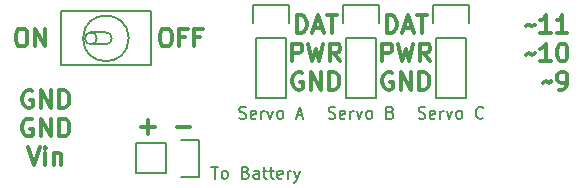
<source format=gto>
G04 #@! TF.FileFunction,Legend,Top*
%FSLAX46Y46*%
G04 Gerber Fmt 4.6, Leading zero omitted, Abs format (unit mm)*
G04 Created by KiCad (PCBNEW 4.0.2-stable) date 4/25/2016 6:36:29 PM*
%MOMM*%
G01*
G04 APERTURE LIST*
%ADD10C,0.100000*%
%ADD11C,0.300000*%
%ADD12C,0.150000*%
G04 APERTURE END LIST*
D10*
D11*
X172382858Y-85908571D02*
X172382858Y-84408571D01*
X172740001Y-84408571D01*
X172954286Y-84480000D01*
X173097144Y-84622857D01*
X173168572Y-84765714D01*
X173240001Y-85051429D01*
X173240001Y-85265714D01*
X173168572Y-85551429D01*
X173097144Y-85694286D01*
X172954286Y-85837143D01*
X172740001Y-85908571D01*
X172382858Y-85908571D01*
X173811429Y-85480000D02*
X174525715Y-85480000D01*
X173668572Y-85908571D02*
X174168572Y-84408571D01*
X174668572Y-85908571D01*
X174954286Y-84408571D02*
X175811429Y-84408571D01*
X175382858Y-85908571D02*
X175382858Y-84408571D01*
X171990000Y-88308571D02*
X171990000Y-86808571D01*
X172561428Y-86808571D01*
X172704286Y-86880000D01*
X172775714Y-86951429D01*
X172847143Y-87094286D01*
X172847143Y-87308571D01*
X172775714Y-87451429D01*
X172704286Y-87522857D01*
X172561428Y-87594286D01*
X171990000Y-87594286D01*
X173347143Y-86808571D02*
X173704286Y-88308571D01*
X173990000Y-87237143D01*
X174275714Y-88308571D01*
X174632857Y-86808571D01*
X176061429Y-88308571D02*
X175561429Y-87594286D01*
X175204286Y-88308571D02*
X175204286Y-86808571D01*
X175775714Y-86808571D01*
X175918572Y-86880000D01*
X175990000Y-86951429D01*
X176061429Y-87094286D01*
X176061429Y-87308571D01*
X175990000Y-87451429D01*
X175918572Y-87522857D01*
X175775714Y-87594286D01*
X175204286Y-87594286D01*
X172847143Y-89280000D02*
X172704286Y-89208571D01*
X172490000Y-89208571D01*
X172275715Y-89280000D01*
X172132857Y-89422857D01*
X172061429Y-89565714D01*
X171990000Y-89851429D01*
X171990000Y-90065714D01*
X172061429Y-90351429D01*
X172132857Y-90494286D01*
X172275715Y-90637143D01*
X172490000Y-90708571D01*
X172632857Y-90708571D01*
X172847143Y-90637143D01*
X172918572Y-90565714D01*
X172918572Y-90065714D01*
X172632857Y-90065714D01*
X173561429Y-90708571D02*
X173561429Y-89208571D01*
X174418572Y-90708571D01*
X174418572Y-89208571D01*
X175132858Y-90708571D02*
X175132858Y-89208571D01*
X175490001Y-89208571D01*
X175704286Y-89280000D01*
X175847144Y-89422857D01*
X175918572Y-89565714D01*
X175990001Y-89851429D01*
X175990001Y-90065714D01*
X175918572Y-90351429D01*
X175847144Y-90494286D01*
X175704286Y-90637143D01*
X175490001Y-90708571D01*
X175132858Y-90708571D01*
X164762858Y-85908571D02*
X164762858Y-84408571D01*
X165120001Y-84408571D01*
X165334286Y-84480000D01*
X165477144Y-84622857D01*
X165548572Y-84765714D01*
X165620001Y-85051429D01*
X165620001Y-85265714D01*
X165548572Y-85551429D01*
X165477144Y-85694286D01*
X165334286Y-85837143D01*
X165120001Y-85908571D01*
X164762858Y-85908571D01*
X166191429Y-85480000D02*
X166905715Y-85480000D01*
X166048572Y-85908571D02*
X166548572Y-84408571D01*
X167048572Y-85908571D01*
X167334286Y-84408571D02*
X168191429Y-84408571D01*
X167762858Y-85908571D02*
X167762858Y-84408571D01*
X164370000Y-88308571D02*
X164370000Y-86808571D01*
X164941428Y-86808571D01*
X165084286Y-86880000D01*
X165155714Y-86951429D01*
X165227143Y-87094286D01*
X165227143Y-87308571D01*
X165155714Y-87451429D01*
X165084286Y-87522857D01*
X164941428Y-87594286D01*
X164370000Y-87594286D01*
X165727143Y-86808571D02*
X166084286Y-88308571D01*
X166370000Y-87237143D01*
X166655714Y-88308571D01*
X167012857Y-86808571D01*
X168441429Y-88308571D02*
X167941429Y-87594286D01*
X167584286Y-88308571D02*
X167584286Y-86808571D01*
X168155714Y-86808571D01*
X168298572Y-86880000D01*
X168370000Y-86951429D01*
X168441429Y-87094286D01*
X168441429Y-87308571D01*
X168370000Y-87451429D01*
X168298572Y-87522857D01*
X168155714Y-87594286D01*
X167584286Y-87594286D01*
X165227143Y-89280000D02*
X165084286Y-89208571D01*
X164870000Y-89208571D01*
X164655715Y-89280000D01*
X164512857Y-89422857D01*
X164441429Y-89565714D01*
X164370000Y-89851429D01*
X164370000Y-90065714D01*
X164441429Y-90351429D01*
X164512857Y-90494286D01*
X164655715Y-90637143D01*
X164870000Y-90708571D01*
X165012857Y-90708571D01*
X165227143Y-90637143D01*
X165298572Y-90565714D01*
X165298572Y-90065714D01*
X165012857Y-90065714D01*
X165941429Y-90708571D02*
X165941429Y-89208571D01*
X166798572Y-90708571D01*
X166798572Y-89208571D01*
X167512858Y-90708571D02*
X167512858Y-89208571D01*
X167870001Y-89208571D01*
X168084286Y-89280000D01*
X168227144Y-89422857D01*
X168298572Y-89565714D01*
X168370001Y-89851429D01*
X168370001Y-90065714D01*
X168298572Y-90351429D01*
X168227144Y-90494286D01*
X168084286Y-90637143D01*
X167870001Y-90708571D01*
X167512858Y-90708571D01*
X184174286Y-85337143D02*
X184245715Y-85265714D01*
X184388572Y-85194286D01*
X184674286Y-85337143D01*
X184817143Y-85265714D01*
X184888572Y-85194286D01*
X186245715Y-85908571D02*
X185388572Y-85908571D01*
X185817144Y-85908571D02*
X185817144Y-84408571D01*
X185674287Y-84622857D01*
X185531429Y-84765714D01*
X185388572Y-84837143D01*
X187674286Y-85908571D02*
X186817143Y-85908571D01*
X187245715Y-85908571D02*
X187245715Y-84408571D01*
X187102858Y-84622857D01*
X186960000Y-84765714D01*
X186817143Y-84837143D01*
X184174286Y-87737143D02*
X184245715Y-87665714D01*
X184388572Y-87594286D01*
X184674286Y-87737143D01*
X184817143Y-87665714D01*
X184888572Y-87594286D01*
X186245715Y-88308571D02*
X185388572Y-88308571D01*
X185817144Y-88308571D02*
X185817144Y-86808571D01*
X185674287Y-87022857D01*
X185531429Y-87165714D01*
X185388572Y-87237143D01*
X187174286Y-86808571D02*
X187317143Y-86808571D01*
X187460000Y-86880000D01*
X187531429Y-86951429D01*
X187602858Y-87094286D01*
X187674286Y-87380000D01*
X187674286Y-87737143D01*
X187602858Y-88022857D01*
X187531429Y-88165714D01*
X187460000Y-88237143D01*
X187317143Y-88308571D01*
X187174286Y-88308571D01*
X187031429Y-88237143D01*
X186960000Y-88165714D01*
X186888572Y-88022857D01*
X186817143Y-87737143D01*
X186817143Y-87380000D01*
X186888572Y-87094286D01*
X186960000Y-86951429D01*
X187031429Y-86880000D01*
X187174286Y-86808571D01*
X185602857Y-90137143D02*
X185674286Y-90065714D01*
X185817143Y-89994286D01*
X186102857Y-90137143D01*
X186245714Y-90065714D01*
X186317143Y-89994286D01*
X186960000Y-90708571D02*
X187245715Y-90708571D01*
X187388572Y-90637143D01*
X187460000Y-90565714D01*
X187602858Y-90351429D01*
X187674286Y-90065714D01*
X187674286Y-89494286D01*
X187602858Y-89351429D01*
X187531429Y-89280000D01*
X187388572Y-89208571D01*
X187102858Y-89208571D01*
X186960000Y-89280000D01*
X186888572Y-89351429D01*
X186817143Y-89494286D01*
X186817143Y-89851429D01*
X186888572Y-89994286D01*
X186960000Y-90065714D01*
X187102858Y-90137143D01*
X187388572Y-90137143D01*
X187531429Y-90065714D01*
X187602858Y-89994286D01*
X187674286Y-89851429D01*
X153511429Y-85538571D02*
X153797143Y-85538571D01*
X153940001Y-85610000D01*
X154082858Y-85752857D01*
X154154286Y-86038571D01*
X154154286Y-86538571D01*
X154082858Y-86824286D01*
X153940001Y-86967143D01*
X153797143Y-87038571D01*
X153511429Y-87038571D01*
X153368572Y-86967143D01*
X153225715Y-86824286D01*
X153154286Y-86538571D01*
X153154286Y-86038571D01*
X153225715Y-85752857D01*
X153368572Y-85610000D01*
X153511429Y-85538571D01*
X155297144Y-86252857D02*
X154797144Y-86252857D01*
X154797144Y-87038571D02*
X154797144Y-85538571D01*
X155511430Y-85538571D01*
X156582858Y-86252857D02*
X156082858Y-86252857D01*
X156082858Y-87038571D02*
X156082858Y-85538571D01*
X156797144Y-85538571D01*
X141311428Y-85538571D02*
X141597142Y-85538571D01*
X141740000Y-85610000D01*
X141882857Y-85752857D01*
X141954285Y-86038571D01*
X141954285Y-86538571D01*
X141882857Y-86824286D01*
X141740000Y-86967143D01*
X141597142Y-87038571D01*
X141311428Y-87038571D01*
X141168571Y-86967143D01*
X141025714Y-86824286D01*
X140954285Y-86538571D01*
X140954285Y-86038571D01*
X141025714Y-85752857D01*
X141168571Y-85610000D01*
X141311428Y-85538571D01*
X142597143Y-87038571D02*
X142597143Y-85538571D01*
X143454286Y-87038571D01*
X143454286Y-85538571D01*
X151598572Y-93872857D02*
X152741429Y-93872857D01*
X152170000Y-93301429D02*
X152170000Y-94444286D01*
X154598572Y-93872857D02*
X155741429Y-93872857D01*
X142367143Y-90830000D02*
X142224286Y-90758571D01*
X142010000Y-90758571D01*
X141795715Y-90830000D01*
X141652857Y-90972857D01*
X141581429Y-91115714D01*
X141510000Y-91401429D01*
X141510000Y-91615714D01*
X141581429Y-91901429D01*
X141652857Y-92044286D01*
X141795715Y-92187143D01*
X142010000Y-92258571D01*
X142152857Y-92258571D01*
X142367143Y-92187143D01*
X142438572Y-92115714D01*
X142438572Y-91615714D01*
X142152857Y-91615714D01*
X143081429Y-92258571D02*
X143081429Y-90758571D01*
X143938572Y-92258571D01*
X143938572Y-90758571D01*
X144652858Y-92258571D02*
X144652858Y-90758571D01*
X145010001Y-90758571D01*
X145224286Y-90830000D01*
X145367144Y-90972857D01*
X145438572Y-91115714D01*
X145510001Y-91401429D01*
X145510001Y-91615714D01*
X145438572Y-91901429D01*
X145367144Y-92044286D01*
X145224286Y-92187143D01*
X145010001Y-92258571D01*
X144652858Y-92258571D01*
X142367143Y-93230000D02*
X142224286Y-93158571D01*
X142010000Y-93158571D01*
X141795715Y-93230000D01*
X141652857Y-93372857D01*
X141581429Y-93515714D01*
X141510000Y-93801429D01*
X141510000Y-94015714D01*
X141581429Y-94301429D01*
X141652857Y-94444286D01*
X141795715Y-94587143D01*
X142010000Y-94658571D01*
X142152857Y-94658571D01*
X142367143Y-94587143D01*
X142438572Y-94515714D01*
X142438572Y-94015714D01*
X142152857Y-94015714D01*
X143081429Y-94658571D02*
X143081429Y-93158571D01*
X143938572Y-94658571D01*
X143938572Y-93158571D01*
X144652858Y-94658571D02*
X144652858Y-93158571D01*
X145010001Y-93158571D01*
X145224286Y-93230000D01*
X145367144Y-93372857D01*
X145438572Y-93515714D01*
X145510001Y-93801429D01*
X145510001Y-94015714D01*
X145438572Y-94301429D01*
X145367144Y-94444286D01*
X145224286Y-94587143D01*
X145010001Y-94658571D01*
X144652858Y-94658571D01*
X141974286Y-95558571D02*
X142474286Y-97058571D01*
X142974286Y-95558571D01*
X143474286Y-97058571D02*
X143474286Y-96058571D01*
X143474286Y-95558571D02*
X143402857Y-95630000D01*
X143474286Y-95701429D01*
X143545714Y-95630000D01*
X143474286Y-95558571D01*
X143474286Y-95701429D01*
X144188572Y-96058571D02*
X144188572Y-97058571D01*
X144188572Y-96201429D02*
X144260000Y-96130000D01*
X144402858Y-96058571D01*
X144617143Y-96058571D01*
X144760000Y-96130000D01*
X144831429Y-96272857D01*
X144831429Y-97058571D01*
D12*
X153670000Y-97790000D02*
X151130000Y-97790000D01*
X156490000Y-98070000D02*
X154940000Y-98070000D01*
X153670000Y-97790000D02*
X153670000Y-95250000D01*
X154940000Y-94970000D02*
X156490000Y-94970000D01*
X156490000Y-94970000D02*
X156490000Y-98070000D01*
X153670000Y-95250000D02*
X151130000Y-95250000D01*
X151130000Y-95250000D02*
X151130000Y-97790000D01*
X161290000Y-86360000D02*
X161290000Y-91440000D01*
X161290000Y-91440000D02*
X163830000Y-91440000D01*
X163830000Y-91440000D02*
X163830000Y-86360000D01*
X164110000Y-83540000D02*
X164110000Y-85090000D01*
X163830000Y-86360000D02*
X161290000Y-86360000D01*
X161010000Y-85090000D02*
X161010000Y-83540000D01*
X161010000Y-83540000D02*
X164110000Y-83540000D01*
X168910000Y-86360000D02*
X168910000Y-91440000D01*
X168910000Y-91440000D02*
X171450000Y-91440000D01*
X171450000Y-91440000D02*
X171450000Y-86360000D01*
X171730000Y-83540000D02*
X171730000Y-85090000D01*
X171450000Y-86360000D02*
X168910000Y-86360000D01*
X168630000Y-85090000D02*
X168630000Y-83540000D01*
X168630000Y-83540000D02*
X171730000Y-83540000D01*
X176530000Y-86360000D02*
X176530000Y-91440000D01*
X176530000Y-91440000D02*
X179070000Y-91440000D01*
X179070000Y-91440000D02*
X179070000Y-86360000D01*
X179350000Y-83540000D02*
X179350000Y-85090000D01*
X179070000Y-86360000D02*
X176530000Y-86360000D01*
X176250000Y-85090000D02*
X176250000Y-83540000D01*
X176250000Y-83540000D02*
X179350000Y-83540000D01*
X147828000Y-86360000D02*
G75*
G03X147828000Y-86360000I-508000J0D01*
G01*
X148590000Y-86868000D02*
X147320000Y-86868000D01*
X147320000Y-85852000D02*
X148590000Y-85852000D01*
X149098000Y-86360000D02*
G75*
G03X148590000Y-85852000I-508000J0D01*
G01*
X148590000Y-86868000D02*
G75*
G03X149098000Y-86360000I0J508000D01*
G01*
X150524406Y-86360000D02*
G75*
G03X150524406Y-86360000I-1934406J0D01*
G01*
X152400000Y-84074000D02*
X152400000Y-88646000D01*
X144780000Y-84074000D02*
X144780000Y-88646000D01*
X144780000Y-84074000D02*
X152400000Y-84074000D01*
X152400000Y-88646000D02*
X144780000Y-88646000D01*
X157528094Y-97242381D02*
X158099523Y-97242381D01*
X157813808Y-98242381D02*
X157813808Y-97242381D01*
X158575713Y-98242381D02*
X158480475Y-98194762D01*
X158432856Y-98147143D01*
X158385237Y-98051905D01*
X158385237Y-97766190D01*
X158432856Y-97670952D01*
X158480475Y-97623333D01*
X158575713Y-97575714D01*
X158718571Y-97575714D01*
X158813809Y-97623333D01*
X158861428Y-97670952D01*
X158909047Y-97766190D01*
X158909047Y-98051905D01*
X158861428Y-98147143D01*
X158813809Y-98194762D01*
X158718571Y-98242381D01*
X158575713Y-98242381D01*
X160432857Y-97718571D02*
X160575714Y-97766190D01*
X160623333Y-97813810D01*
X160670952Y-97909048D01*
X160670952Y-98051905D01*
X160623333Y-98147143D01*
X160575714Y-98194762D01*
X160480476Y-98242381D01*
X160099523Y-98242381D01*
X160099523Y-97242381D01*
X160432857Y-97242381D01*
X160528095Y-97290000D01*
X160575714Y-97337619D01*
X160623333Y-97432857D01*
X160623333Y-97528095D01*
X160575714Y-97623333D01*
X160528095Y-97670952D01*
X160432857Y-97718571D01*
X160099523Y-97718571D01*
X161528095Y-98242381D02*
X161528095Y-97718571D01*
X161480476Y-97623333D01*
X161385238Y-97575714D01*
X161194761Y-97575714D01*
X161099523Y-97623333D01*
X161528095Y-98194762D02*
X161432857Y-98242381D01*
X161194761Y-98242381D01*
X161099523Y-98194762D01*
X161051904Y-98099524D01*
X161051904Y-98004286D01*
X161099523Y-97909048D01*
X161194761Y-97861429D01*
X161432857Y-97861429D01*
X161528095Y-97813810D01*
X161861428Y-97575714D02*
X162242380Y-97575714D01*
X162004285Y-97242381D02*
X162004285Y-98099524D01*
X162051904Y-98194762D01*
X162147142Y-98242381D01*
X162242380Y-98242381D01*
X162432857Y-97575714D02*
X162813809Y-97575714D01*
X162575714Y-97242381D02*
X162575714Y-98099524D01*
X162623333Y-98194762D01*
X162718571Y-98242381D01*
X162813809Y-98242381D01*
X163528096Y-98194762D02*
X163432858Y-98242381D01*
X163242381Y-98242381D01*
X163147143Y-98194762D01*
X163099524Y-98099524D01*
X163099524Y-97718571D01*
X163147143Y-97623333D01*
X163242381Y-97575714D01*
X163432858Y-97575714D01*
X163528096Y-97623333D01*
X163575715Y-97718571D01*
X163575715Y-97813810D01*
X163099524Y-97909048D01*
X164004286Y-98242381D02*
X164004286Y-97575714D01*
X164004286Y-97766190D02*
X164051905Y-97670952D01*
X164099524Y-97623333D01*
X164194762Y-97575714D01*
X164290001Y-97575714D01*
X164528096Y-97575714D02*
X164766191Y-98242381D01*
X165004287Y-97575714D02*
X164766191Y-98242381D01*
X164670953Y-98480476D01*
X164623334Y-98528095D01*
X164528096Y-98575714D01*
X159893333Y-93114762D02*
X160036190Y-93162381D01*
X160274286Y-93162381D01*
X160369524Y-93114762D01*
X160417143Y-93067143D01*
X160464762Y-92971905D01*
X160464762Y-92876667D01*
X160417143Y-92781429D01*
X160369524Y-92733810D01*
X160274286Y-92686190D01*
X160083809Y-92638571D01*
X159988571Y-92590952D01*
X159940952Y-92543333D01*
X159893333Y-92448095D01*
X159893333Y-92352857D01*
X159940952Y-92257619D01*
X159988571Y-92210000D01*
X160083809Y-92162381D01*
X160321905Y-92162381D01*
X160464762Y-92210000D01*
X161274286Y-93114762D02*
X161179048Y-93162381D01*
X160988571Y-93162381D01*
X160893333Y-93114762D01*
X160845714Y-93019524D01*
X160845714Y-92638571D01*
X160893333Y-92543333D01*
X160988571Y-92495714D01*
X161179048Y-92495714D01*
X161274286Y-92543333D01*
X161321905Y-92638571D01*
X161321905Y-92733810D01*
X160845714Y-92829048D01*
X161750476Y-93162381D02*
X161750476Y-92495714D01*
X161750476Y-92686190D02*
X161798095Y-92590952D01*
X161845714Y-92543333D01*
X161940952Y-92495714D01*
X162036191Y-92495714D01*
X162274286Y-92495714D02*
X162512381Y-93162381D01*
X162750477Y-92495714D01*
X163274286Y-93162381D02*
X163179048Y-93114762D01*
X163131429Y-93067143D01*
X163083810Y-92971905D01*
X163083810Y-92686190D01*
X163131429Y-92590952D01*
X163179048Y-92543333D01*
X163274286Y-92495714D01*
X163417144Y-92495714D01*
X163512382Y-92543333D01*
X163560001Y-92590952D01*
X163607620Y-92686190D01*
X163607620Y-92971905D01*
X163560001Y-93067143D01*
X163512382Y-93114762D01*
X163417144Y-93162381D01*
X163274286Y-93162381D01*
X164750477Y-92876667D02*
X165226668Y-92876667D01*
X164655239Y-93162381D02*
X164988572Y-92162381D01*
X165321906Y-93162381D01*
X167441904Y-93114762D02*
X167584761Y-93162381D01*
X167822857Y-93162381D01*
X167918095Y-93114762D01*
X167965714Y-93067143D01*
X168013333Y-92971905D01*
X168013333Y-92876667D01*
X167965714Y-92781429D01*
X167918095Y-92733810D01*
X167822857Y-92686190D01*
X167632380Y-92638571D01*
X167537142Y-92590952D01*
X167489523Y-92543333D01*
X167441904Y-92448095D01*
X167441904Y-92352857D01*
X167489523Y-92257619D01*
X167537142Y-92210000D01*
X167632380Y-92162381D01*
X167870476Y-92162381D01*
X168013333Y-92210000D01*
X168822857Y-93114762D02*
X168727619Y-93162381D01*
X168537142Y-93162381D01*
X168441904Y-93114762D01*
X168394285Y-93019524D01*
X168394285Y-92638571D01*
X168441904Y-92543333D01*
X168537142Y-92495714D01*
X168727619Y-92495714D01*
X168822857Y-92543333D01*
X168870476Y-92638571D01*
X168870476Y-92733810D01*
X168394285Y-92829048D01*
X169299047Y-93162381D02*
X169299047Y-92495714D01*
X169299047Y-92686190D02*
X169346666Y-92590952D01*
X169394285Y-92543333D01*
X169489523Y-92495714D01*
X169584762Y-92495714D01*
X169822857Y-92495714D02*
X170060952Y-93162381D01*
X170299048Y-92495714D01*
X170822857Y-93162381D02*
X170727619Y-93114762D01*
X170680000Y-93067143D01*
X170632381Y-92971905D01*
X170632381Y-92686190D01*
X170680000Y-92590952D01*
X170727619Y-92543333D01*
X170822857Y-92495714D01*
X170965715Y-92495714D01*
X171060953Y-92543333D01*
X171108572Y-92590952D01*
X171156191Y-92686190D01*
X171156191Y-92971905D01*
X171108572Y-93067143D01*
X171060953Y-93114762D01*
X170965715Y-93162381D01*
X170822857Y-93162381D01*
X172680001Y-92638571D02*
X172822858Y-92686190D01*
X172870477Y-92733810D01*
X172918096Y-92829048D01*
X172918096Y-92971905D01*
X172870477Y-93067143D01*
X172822858Y-93114762D01*
X172727620Y-93162381D01*
X172346667Y-93162381D01*
X172346667Y-92162381D01*
X172680001Y-92162381D01*
X172775239Y-92210000D01*
X172822858Y-92257619D01*
X172870477Y-92352857D01*
X172870477Y-92448095D01*
X172822858Y-92543333D01*
X172775239Y-92590952D01*
X172680001Y-92638571D01*
X172346667Y-92638571D01*
X175061904Y-93114762D02*
X175204761Y-93162381D01*
X175442857Y-93162381D01*
X175538095Y-93114762D01*
X175585714Y-93067143D01*
X175633333Y-92971905D01*
X175633333Y-92876667D01*
X175585714Y-92781429D01*
X175538095Y-92733810D01*
X175442857Y-92686190D01*
X175252380Y-92638571D01*
X175157142Y-92590952D01*
X175109523Y-92543333D01*
X175061904Y-92448095D01*
X175061904Y-92352857D01*
X175109523Y-92257619D01*
X175157142Y-92210000D01*
X175252380Y-92162381D01*
X175490476Y-92162381D01*
X175633333Y-92210000D01*
X176442857Y-93114762D02*
X176347619Y-93162381D01*
X176157142Y-93162381D01*
X176061904Y-93114762D01*
X176014285Y-93019524D01*
X176014285Y-92638571D01*
X176061904Y-92543333D01*
X176157142Y-92495714D01*
X176347619Y-92495714D01*
X176442857Y-92543333D01*
X176490476Y-92638571D01*
X176490476Y-92733810D01*
X176014285Y-92829048D01*
X176919047Y-93162381D02*
X176919047Y-92495714D01*
X176919047Y-92686190D02*
X176966666Y-92590952D01*
X177014285Y-92543333D01*
X177109523Y-92495714D01*
X177204762Y-92495714D01*
X177442857Y-92495714D02*
X177680952Y-93162381D01*
X177919048Y-92495714D01*
X178442857Y-93162381D02*
X178347619Y-93114762D01*
X178300000Y-93067143D01*
X178252381Y-92971905D01*
X178252381Y-92686190D01*
X178300000Y-92590952D01*
X178347619Y-92543333D01*
X178442857Y-92495714D01*
X178585715Y-92495714D01*
X178680953Y-92543333D01*
X178728572Y-92590952D01*
X178776191Y-92686190D01*
X178776191Y-92971905D01*
X178728572Y-93067143D01*
X178680953Y-93114762D01*
X178585715Y-93162381D01*
X178442857Y-93162381D01*
X180538096Y-93067143D02*
X180490477Y-93114762D01*
X180347620Y-93162381D01*
X180252382Y-93162381D01*
X180109524Y-93114762D01*
X180014286Y-93019524D01*
X179966667Y-92924286D01*
X179919048Y-92733810D01*
X179919048Y-92590952D01*
X179966667Y-92400476D01*
X180014286Y-92305238D01*
X180109524Y-92210000D01*
X180252382Y-92162381D01*
X180347620Y-92162381D01*
X180490477Y-92210000D01*
X180538096Y-92257619D01*
M02*

</source>
